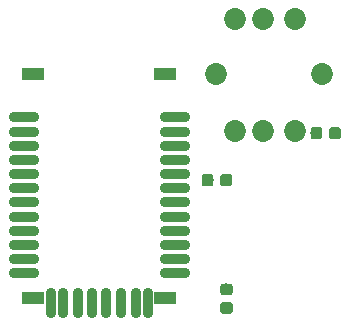
<source format=gbs>
G04 #@! TF.GenerationSoftware,KiCad,Pcbnew,(5.0.2)-1*
G04 #@! TF.CreationDate,2019-06-03T11:30:13-05:00*
G04 #@! TF.ProjectId,ppg,7070672e-6b69-4636-9164-5f7063625858,V01*
G04 #@! TF.SameCoordinates,Original*
G04 #@! TF.FileFunction,Soldermask,Bot*
G04 #@! TF.FilePolarity,Negative*
%FSLAX46Y46*%
G04 Gerber Fmt 4.6, Leading zero omitted, Abs format (unit mm)*
G04 Created by KiCad (PCBNEW (5.0.2)-1) date 6/3/2019 11:30:13 AM*
%MOMM*%
%LPD*%
G01*
G04 APERTURE LIST*
%ADD10C,0.100000*%
%ADD11C,0.976600*%
%ADD12O,2.601600X0.901600*%
%ADD13O,0.901600X2.601600*%
%ADD14R,1.901600X1.101600*%
%ADD15C,1.851600*%
G04 APERTURE END LIST*
D10*
G04 #@! TO.C,C1*
G36*
X125235581Y-117717876D02*
X125259281Y-117721391D01*
X125282523Y-117727213D01*
X125305082Y-117735285D01*
X125326742Y-117745529D01*
X125347292Y-117757847D01*
X125366537Y-117772119D01*
X125384290Y-117788210D01*
X125400381Y-117805963D01*
X125414653Y-117825208D01*
X125426971Y-117845758D01*
X125437215Y-117867418D01*
X125445287Y-117889977D01*
X125451109Y-117913219D01*
X125454624Y-117936919D01*
X125455800Y-117960850D01*
X125455800Y-118449150D01*
X125454624Y-118473081D01*
X125451109Y-118496781D01*
X125445287Y-118520023D01*
X125437215Y-118542582D01*
X125426971Y-118564242D01*
X125414653Y-118584792D01*
X125400381Y-118604037D01*
X125384290Y-118621790D01*
X125366537Y-118637881D01*
X125347292Y-118652153D01*
X125326742Y-118664471D01*
X125305082Y-118674715D01*
X125282523Y-118682787D01*
X125259281Y-118688609D01*
X125235581Y-118692124D01*
X125211650Y-118693300D01*
X124648350Y-118693300D01*
X124624419Y-118692124D01*
X124600719Y-118688609D01*
X124577477Y-118682787D01*
X124554918Y-118674715D01*
X124533258Y-118664471D01*
X124512708Y-118652153D01*
X124493463Y-118637881D01*
X124475710Y-118621790D01*
X124459619Y-118604037D01*
X124445347Y-118584792D01*
X124433029Y-118564242D01*
X124422785Y-118542582D01*
X124414713Y-118520023D01*
X124408891Y-118496781D01*
X124405376Y-118473081D01*
X124404200Y-118449150D01*
X124404200Y-117960850D01*
X124405376Y-117936919D01*
X124408891Y-117913219D01*
X124414713Y-117889977D01*
X124422785Y-117867418D01*
X124433029Y-117845758D01*
X124445347Y-117825208D01*
X124459619Y-117805963D01*
X124475710Y-117788210D01*
X124493463Y-117772119D01*
X124512708Y-117757847D01*
X124533258Y-117745529D01*
X124554918Y-117735285D01*
X124577477Y-117727213D01*
X124600719Y-117721391D01*
X124624419Y-117717876D01*
X124648350Y-117716700D01*
X125211650Y-117716700D01*
X125235581Y-117717876D01*
X125235581Y-117717876D01*
G37*
D11*
X124930000Y-118205000D03*
D10*
G36*
X125235581Y-116142876D02*
X125259281Y-116146391D01*
X125282523Y-116152213D01*
X125305082Y-116160285D01*
X125326742Y-116170529D01*
X125347292Y-116182847D01*
X125366537Y-116197119D01*
X125384290Y-116213210D01*
X125400381Y-116230963D01*
X125414653Y-116250208D01*
X125426971Y-116270758D01*
X125437215Y-116292418D01*
X125445287Y-116314977D01*
X125451109Y-116338219D01*
X125454624Y-116361919D01*
X125455800Y-116385850D01*
X125455800Y-116874150D01*
X125454624Y-116898081D01*
X125451109Y-116921781D01*
X125445287Y-116945023D01*
X125437215Y-116967582D01*
X125426971Y-116989242D01*
X125414653Y-117009792D01*
X125400381Y-117029037D01*
X125384290Y-117046790D01*
X125366537Y-117062881D01*
X125347292Y-117077153D01*
X125326742Y-117089471D01*
X125305082Y-117099715D01*
X125282523Y-117107787D01*
X125259281Y-117113609D01*
X125235581Y-117117124D01*
X125211650Y-117118300D01*
X124648350Y-117118300D01*
X124624419Y-117117124D01*
X124600719Y-117113609D01*
X124577477Y-117107787D01*
X124554918Y-117099715D01*
X124533258Y-117089471D01*
X124512708Y-117077153D01*
X124493463Y-117062881D01*
X124475710Y-117046790D01*
X124459619Y-117029037D01*
X124445347Y-117009792D01*
X124433029Y-116989242D01*
X124422785Y-116967582D01*
X124414713Y-116945023D01*
X124408891Y-116921781D01*
X124405376Y-116898081D01*
X124404200Y-116874150D01*
X124404200Y-116385850D01*
X124405376Y-116361919D01*
X124408891Y-116338219D01*
X124414713Y-116314977D01*
X124422785Y-116292418D01*
X124433029Y-116270758D01*
X124445347Y-116250208D01*
X124459619Y-116230963D01*
X124475710Y-116213210D01*
X124493463Y-116197119D01*
X124512708Y-116182847D01*
X124533258Y-116170529D01*
X124554918Y-116160285D01*
X124577477Y-116152213D01*
X124600719Y-116146391D01*
X124624419Y-116142876D01*
X124648350Y-116141700D01*
X125211650Y-116141700D01*
X125235581Y-116142876D01*
X125235581Y-116142876D01*
G37*
D11*
X124930000Y-116630000D03*
G04 #@! TD*
D10*
G04 #@! TO.C,C5*
G36*
X134383081Y-102885376D02*
X134406781Y-102888891D01*
X134430023Y-102894713D01*
X134452582Y-102902785D01*
X134474242Y-102913029D01*
X134494792Y-102925347D01*
X134514037Y-102939619D01*
X134531790Y-102955710D01*
X134547881Y-102973463D01*
X134562153Y-102992708D01*
X134574471Y-103013258D01*
X134584715Y-103034918D01*
X134592787Y-103057477D01*
X134598609Y-103080719D01*
X134602124Y-103104419D01*
X134603300Y-103128350D01*
X134603300Y-103691650D01*
X134602124Y-103715581D01*
X134598609Y-103739281D01*
X134592787Y-103762523D01*
X134584715Y-103785082D01*
X134574471Y-103806742D01*
X134562153Y-103827292D01*
X134547881Y-103846537D01*
X134531790Y-103864290D01*
X134514037Y-103880381D01*
X134494792Y-103894653D01*
X134474242Y-103906971D01*
X134452582Y-103917215D01*
X134430023Y-103925287D01*
X134406781Y-103931109D01*
X134383081Y-103934624D01*
X134359150Y-103935800D01*
X133870850Y-103935800D01*
X133846919Y-103934624D01*
X133823219Y-103931109D01*
X133799977Y-103925287D01*
X133777418Y-103917215D01*
X133755758Y-103906971D01*
X133735208Y-103894653D01*
X133715963Y-103880381D01*
X133698210Y-103864290D01*
X133682119Y-103846537D01*
X133667847Y-103827292D01*
X133655529Y-103806742D01*
X133645285Y-103785082D01*
X133637213Y-103762523D01*
X133631391Y-103739281D01*
X133627876Y-103715581D01*
X133626700Y-103691650D01*
X133626700Y-103128350D01*
X133627876Y-103104419D01*
X133631391Y-103080719D01*
X133637213Y-103057477D01*
X133645285Y-103034918D01*
X133655529Y-103013258D01*
X133667847Y-102992708D01*
X133682119Y-102973463D01*
X133698210Y-102955710D01*
X133715963Y-102939619D01*
X133735208Y-102925347D01*
X133755758Y-102913029D01*
X133777418Y-102902785D01*
X133799977Y-102894713D01*
X133823219Y-102888891D01*
X133846919Y-102885376D01*
X133870850Y-102884200D01*
X134359150Y-102884200D01*
X134383081Y-102885376D01*
X134383081Y-102885376D01*
G37*
D11*
X134115000Y-103410000D03*
D10*
G36*
X132808081Y-102885376D02*
X132831781Y-102888891D01*
X132855023Y-102894713D01*
X132877582Y-102902785D01*
X132899242Y-102913029D01*
X132919792Y-102925347D01*
X132939037Y-102939619D01*
X132956790Y-102955710D01*
X132972881Y-102973463D01*
X132987153Y-102992708D01*
X132999471Y-103013258D01*
X133009715Y-103034918D01*
X133017787Y-103057477D01*
X133023609Y-103080719D01*
X133027124Y-103104419D01*
X133028300Y-103128350D01*
X133028300Y-103691650D01*
X133027124Y-103715581D01*
X133023609Y-103739281D01*
X133017787Y-103762523D01*
X133009715Y-103785082D01*
X132999471Y-103806742D01*
X132987153Y-103827292D01*
X132972881Y-103846537D01*
X132956790Y-103864290D01*
X132939037Y-103880381D01*
X132919792Y-103894653D01*
X132899242Y-103906971D01*
X132877582Y-103917215D01*
X132855023Y-103925287D01*
X132831781Y-103931109D01*
X132808081Y-103934624D01*
X132784150Y-103935800D01*
X132295850Y-103935800D01*
X132271919Y-103934624D01*
X132248219Y-103931109D01*
X132224977Y-103925287D01*
X132202418Y-103917215D01*
X132180758Y-103906971D01*
X132160208Y-103894653D01*
X132140963Y-103880381D01*
X132123210Y-103864290D01*
X132107119Y-103846537D01*
X132092847Y-103827292D01*
X132080529Y-103806742D01*
X132070285Y-103785082D01*
X132062213Y-103762523D01*
X132056391Y-103739281D01*
X132052876Y-103715581D01*
X132051700Y-103691650D01*
X132051700Y-103128350D01*
X132052876Y-103104419D01*
X132056391Y-103080719D01*
X132062213Y-103057477D01*
X132070285Y-103034918D01*
X132080529Y-103013258D01*
X132092847Y-102992708D01*
X132107119Y-102973463D01*
X132123210Y-102955710D01*
X132140963Y-102939619D01*
X132160208Y-102925347D01*
X132180758Y-102913029D01*
X132202418Y-102902785D01*
X132224977Y-102894713D01*
X132248219Y-102888891D01*
X132271919Y-102885376D01*
X132295850Y-102884200D01*
X132784150Y-102884200D01*
X132808081Y-102885376D01*
X132808081Y-102885376D01*
G37*
D11*
X132540000Y-103410000D03*
G04 #@! TD*
D10*
G04 #@! TO.C,R1*
G36*
X123590581Y-106855376D02*
X123614281Y-106858891D01*
X123637523Y-106864713D01*
X123660082Y-106872785D01*
X123681742Y-106883029D01*
X123702292Y-106895347D01*
X123721537Y-106909619D01*
X123739290Y-106925710D01*
X123755381Y-106943463D01*
X123769653Y-106962708D01*
X123781971Y-106983258D01*
X123792215Y-107004918D01*
X123800287Y-107027477D01*
X123806109Y-107050719D01*
X123809624Y-107074419D01*
X123810800Y-107098350D01*
X123810800Y-107661650D01*
X123809624Y-107685581D01*
X123806109Y-107709281D01*
X123800287Y-107732523D01*
X123792215Y-107755082D01*
X123781971Y-107776742D01*
X123769653Y-107797292D01*
X123755381Y-107816537D01*
X123739290Y-107834290D01*
X123721537Y-107850381D01*
X123702292Y-107864653D01*
X123681742Y-107876971D01*
X123660082Y-107887215D01*
X123637523Y-107895287D01*
X123614281Y-107901109D01*
X123590581Y-107904624D01*
X123566650Y-107905800D01*
X123078350Y-107905800D01*
X123054419Y-107904624D01*
X123030719Y-107901109D01*
X123007477Y-107895287D01*
X122984918Y-107887215D01*
X122963258Y-107876971D01*
X122942708Y-107864653D01*
X122923463Y-107850381D01*
X122905710Y-107834290D01*
X122889619Y-107816537D01*
X122875347Y-107797292D01*
X122863029Y-107776742D01*
X122852785Y-107755082D01*
X122844713Y-107732523D01*
X122838891Y-107709281D01*
X122835376Y-107685581D01*
X122834200Y-107661650D01*
X122834200Y-107098350D01*
X122835376Y-107074419D01*
X122838891Y-107050719D01*
X122844713Y-107027477D01*
X122852785Y-107004918D01*
X122863029Y-106983258D01*
X122875347Y-106962708D01*
X122889619Y-106943463D01*
X122905710Y-106925710D01*
X122923463Y-106909619D01*
X122942708Y-106895347D01*
X122963258Y-106883029D01*
X122984918Y-106872785D01*
X123007477Y-106864713D01*
X123030719Y-106858891D01*
X123054419Y-106855376D01*
X123078350Y-106854200D01*
X123566650Y-106854200D01*
X123590581Y-106855376D01*
X123590581Y-106855376D01*
G37*
D11*
X123322500Y-107380000D03*
D10*
G36*
X125165581Y-106855376D02*
X125189281Y-106858891D01*
X125212523Y-106864713D01*
X125235082Y-106872785D01*
X125256742Y-106883029D01*
X125277292Y-106895347D01*
X125296537Y-106909619D01*
X125314290Y-106925710D01*
X125330381Y-106943463D01*
X125344653Y-106962708D01*
X125356971Y-106983258D01*
X125367215Y-107004918D01*
X125375287Y-107027477D01*
X125381109Y-107050719D01*
X125384624Y-107074419D01*
X125385800Y-107098350D01*
X125385800Y-107661650D01*
X125384624Y-107685581D01*
X125381109Y-107709281D01*
X125375287Y-107732523D01*
X125367215Y-107755082D01*
X125356971Y-107776742D01*
X125344653Y-107797292D01*
X125330381Y-107816537D01*
X125314290Y-107834290D01*
X125296537Y-107850381D01*
X125277292Y-107864653D01*
X125256742Y-107876971D01*
X125235082Y-107887215D01*
X125212523Y-107895287D01*
X125189281Y-107901109D01*
X125165581Y-107904624D01*
X125141650Y-107905800D01*
X124653350Y-107905800D01*
X124629419Y-107904624D01*
X124605719Y-107901109D01*
X124582477Y-107895287D01*
X124559918Y-107887215D01*
X124538258Y-107876971D01*
X124517708Y-107864653D01*
X124498463Y-107850381D01*
X124480710Y-107834290D01*
X124464619Y-107816537D01*
X124450347Y-107797292D01*
X124438029Y-107776742D01*
X124427785Y-107755082D01*
X124419713Y-107732523D01*
X124413891Y-107709281D01*
X124410376Y-107685581D01*
X124409200Y-107661650D01*
X124409200Y-107098350D01*
X124410376Y-107074419D01*
X124413891Y-107050719D01*
X124419713Y-107027477D01*
X124427785Y-107004918D01*
X124438029Y-106983258D01*
X124450347Y-106962708D01*
X124464619Y-106943463D01*
X124480710Y-106925710D01*
X124498463Y-106909619D01*
X124517708Y-106895347D01*
X124538258Y-106883029D01*
X124559918Y-106872785D01*
X124582477Y-106864713D01*
X124605719Y-106858891D01*
X124629419Y-106855376D01*
X124653350Y-106854200D01*
X125141650Y-106854200D01*
X125165581Y-106855376D01*
X125165581Y-106855376D01*
G37*
D11*
X124897500Y-107380000D03*
G04 #@! TD*
D12*
G04 #@! TO.C,U1*
X120560000Y-102070000D03*
X120560000Y-103270000D03*
X120560000Y-104470000D03*
X120560000Y-105670000D03*
X120560000Y-106870000D03*
X120560000Y-108070000D03*
X120560000Y-109270000D03*
X120560000Y-110470000D03*
X120560000Y-111670000D03*
X120560000Y-112870000D03*
X120560000Y-114070000D03*
X120560000Y-115270000D03*
D13*
X118260000Y-117770000D03*
X117260000Y-117770000D03*
X115960000Y-117770000D03*
X114760000Y-117770000D03*
X113560000Y-117770000D03*
X112360000Y-117770000D03*
X111060000Y-117770000D03*
X110060000Y-117770000D03*
D12*
X107760000Y-115270000D03*
X107760000Y-114070000D03*
X107760000Y-112870000D03*
X107760000Y-111670000D03*
X107760000Y-110470000D03*
X107760000Y-109270000D03*
X107760000Y-108070000D03*
X107760000Y-106870000D03*
X107760000Y-105670000D03*
X107760000Y-104470000D03*
X107760000Y-103270000D03*
X107760000Y-102070000D03*
D14*
X119760000Y-117370000D03*
X108560000Y-117370000D03*
X108560000Y-98370000D03*
X119760000Y-98370000D03*
G04 #@! TD*
D15*
G04 #@! TO.C,U3*
X125651000Y-103226000D03*
X128016000Y-103226000D03*
X130716000Y-103226000D03*
X124026000Y-98351000D03*
X133026000Y-98351000D03*
X125651000Y-93726000D03*
X128016000Y-93726000D03*
X130716000Y-93726000D03*
G04 #@! TD*
M02*

</source>
